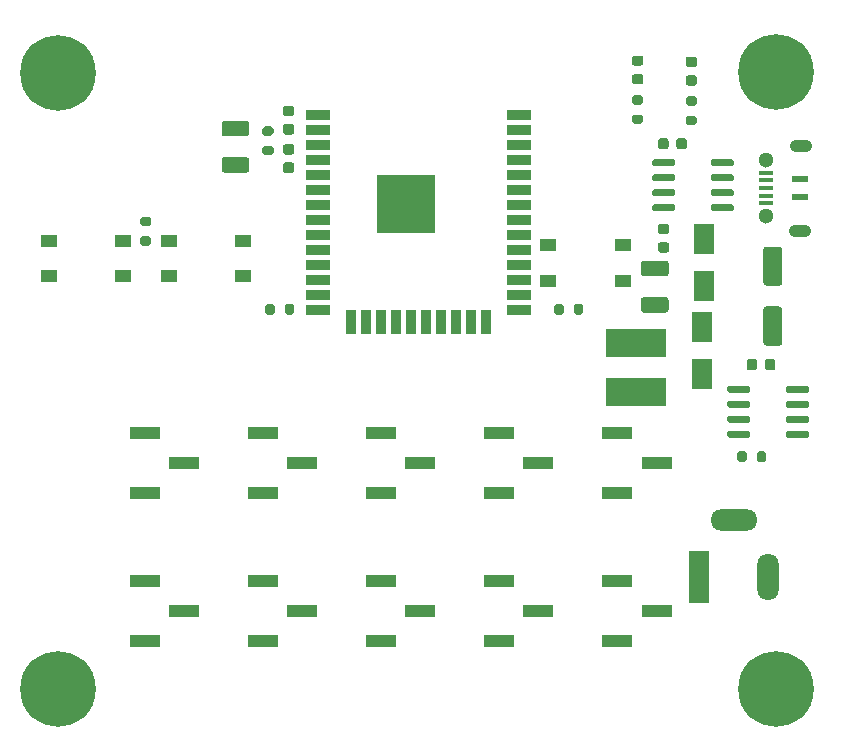
<source format=gbr>
G04 #@! TF.GenerationSoftware,KiCad,Pcbnew,(5.1.10-1-10_14)*
G04 #@! TF.CreationDate,2021-09-03T22:36:36+10:00*
G04 #@! TF.ProjectId,esp32_smart_keezer,65737033-325f-4736-9d61-72745f6b6565,1*
G04 #@! TF.SameCoordinates,Original*
G04 #@! TF.FileFunction,Soldermask,Top*
G04 #@! TF.FilePolarity,Negative*
%FSLAX46Y46*%
G04 Gerber Fmt 4.6, Leading zero omitted, Abs format (unit mm)*
G04 Created by KiCad (PCBNEW (5.1.10-1-10_14)) date 2021-09-03 22:36:36*
%MOMM*%
%LPD*%
G01*
G04 APERTURE LIST*
%ADD10O,1.900000X1.070000*%
%ADD11R,1.350000X0.600000*%
%ADD12C,1.300000*%
%ADD13R,1.250000X0.400000*%
%ADD14C,0.800000*%
%ADD15C,6.400000*%
%ADD16R,5.000000X5.000000*%
%ADD17R,2.000000X0.900000*%
%ADD18R,0.900000X2.000000*%
%ADD19R,1.400000X1.000000*%
%ADD20R,2.510000X1.000000*%
%ADD21R,1.800000X2.500000*%
%ADD22O,4.000000X1.800000*%
%ADD23O,1.800000X4.000000*%
%ADD24R,1.800000X4.400000*%
%ADD25R,5.100000X2.350000*%
G04 APERTURE END LIST*
D10*
X174050000Y-84800000D03*
X173950000Y-92000000D03*
D11*
X173950000Y-87650000D03*
X173950000Y-89150000D03*
D12*
X171050000Y-86000000D03*
X171050000Y-90800000D03*
D13*
X171050000Y-87100000D03*
X171050000Y-87750000D03*
X171050000Y-88400000D03*
X171050000Y-89050000D03*
X171050000Y-89700000D03*
D14*
X112847056Y-129152944D03*
X111150000Y-128450000D03*
X109452944Y-129152944D03*
X108750000Y-130850000D03*
X109452944Y-132547056D03*
X111150000Y-133250000D03*
X112847056Y-132547056D03*
X113550000Y-130850000D03*
D15*
X111150000Y-130850000D03*
D14*
X173647056Y-76852944D03*
X171950000Y-76150000D03*
X170252944Y-76852944D03*
X169550000Y-78550000D03*
X170252944Y-80247056D03*
X171950000Y-80950000D03*
X173647056Y-80247056D03*
X174350000Y-78550000D03*
D15*
X171950000Y-78550000D03*
X171950000Y-130850000D03*
D14*
X174350000Y-130850000D03*
X173647056Y-132547056D03*
X171950000Y-133250000D03*
X170252944Y-132547056D03*
X169550000Y-130850000D03*
X170252944Y-129152944D03*
X171950000Y-128450000D03*
X173647056Y-129152944D03*
X112847056Y-76952944D03*
X111150000Y-76250000D03*
X109452944Y-76952944D03*
X108750000Y-78650000D03*
X109452944Y-80347056D03*
X111150000Y-81050000D03*
X112847056Y-80347056D03*
X113550000Y-78650000D03*
D15*
X111150000Y-78650000D03*
G36*
G01*
X130400000Y-86225000D02*
X130900000Y-86225000D01*
G75*
G02*
X131125000Y-86450000I0J-225000D01*
G01*
X131125000Y-86900000D01*
G75*
G02*
X130900000Y-87125000I-225000J0D01*
G01*
X130400000Y-87125000D01*
G75*
G02*
X130175000Y-86900000I0J225000D01*
G01*
X130175000Y-86450000D01*
G75*
G02*
X130400000Y-86225000I225000J0D01*
G01*
G37*
G36*
G01*
X130400000Y-84675000D02*
X130900000Y-84675000D01*
G75*
G02*
X131125000Y-84900000I0J-225000D01*
G01*
X131125000Y-85350000D01*
G75*
G02*
X130900000Y-85575000I-225000J0D01*
G01*
X130400000Y-85575000D01*
G75*
G02*
X130175000Y-85350000I0J225000D01*
G01*
X130175000Y-84900000D01*
G75*
G02*
X130400000Y-84675000I225000J0D01*
G01*
G37*
G36*
G01*
X162150000Y-91425000D02*
X162650000Y-91425000D01*
G75*
G02*
X162875000Y-91650000I0J-225000D01*
G01*
X162875000Y-92100000D01*
G75*
G02*
X162650000Y-92325000I-225000J0D01*
G01*
X162150000Y-92325000D01*
G75*
G02*
X161925000Y-92100000I0J225000D01*
G01*
X161925000Y-91650000D01*
G75*
G02*
X162150000Y-91425000I225000J0D01*
G01*
G37*
G36*
G01*
X162150000Y-92975000D02*
X162650000Y-92975000D01*
G75*
G02*
X162875000Y-93200000I0J-225000D01*
G01*
X162875000Y-93650000D01*
G75*
G02*
X162650000Y-93875000I-225000J0D01*
G01*
X162150000Y-93875000D01*
G75*
G02*
X161925000Y-93650000I0J225000D01*
G01*
X161925000Y-93200000D01*
G75*
G02*
X162150000Y-92975000I225000J0D01*
G01*
G37*
G36*
G01*
X163475000Y-84900000D02*
X163475000Y-84400000D01*
G75*
G02*
X163700000Y-84175000I225000J0D01*
G01*
X164150000Y-84175000D01*
G75*
G02*
X164375000Y-84400000I0J-225000D01*
G01*
X164375000Y-84900000D01*
G75*
G02*
X164150000Y-85125000I-225000J0D01*
G01*
X163700000Y-85125000D01*
G75*
G02*
X163475000Y-84900000I0J225000D01*
G01*
G37*
G36*
G01*
X161925000Y-84900000D02*
X161925000Y-84400000D01*
G75*
G02*
X162150000Y-84175000I225000J0D01*
G01*
X162600000Y-84175000D01*
G75*
G02*
X162825000Y-84400000I0J-225000D01*
G01*
X162825000Y-84900000D01*
G75*
G02*
X162600000Y-85125000I-225000J0D01*
G01*
X162150000Y-85125000D01*
G75*
G02*
X161925000Y-84900000I0J225000D01*
G01*
G37*
G36*
G01*
X125224997Y-82700000D02*
X127075003Y-82700000D01*
G75*
G02*
X127325000Y-82949997I0J-249997D01*
G01*
X127325000Y-83775003D01*
G75*
G02*
X127075003Y-84025000I-249997J0D01*
G01*
X125224997Y-84025000D01*
G75*
G02*
X124975000Y-83775003I0J249997D01*
G01*
X124975000Y-82949997D01*
G75*
G02*
X125224997Y-82700000I249997J0D01*
G01*
G37*
G36*
G01*
X125224997Y-85775000D02*
X127075003Y-85775000D01*
G75*
G02*
X127325000Y-86024997I0J-249997D01*
G01*
X127325000Y-86850003D01*
G75*
G02*
X127075003Y-87100000I-249997J0D01*
G01*
X125224997Y-87100000D01*
G75*
G02*
X124975000Y-86850003I0J249997D01*
G01*
X124975000Y-86024997D01*
G75*
G02*
X125224997Y-85775000I249997J0D01*
G01*
G37*
G36*
G01*
X130900000Y-83875000D02*
X130400000Y-83875000D01*
G75*
G02*
X130175000Y-83650000I0J225000D01*
G01*
X130175000Y-83200000D01*
G75*
G02*
X130400000Y-82975000I225000J0D01*
G01*
X130900000Y-82975000D01*
G75*
G02*
X131125000Y-83200000I0J-225000D01*
G01*
X131125000Y-83650000D01*
G75*
G02*
X130900000Y-83875000I-225000J0D01*
G01*
G37*
G36*
G01*
X130900000Y-82325000D02*
X130400000Y-82325000D01*
G75*
G02*
X130175000Y-82100000I0J225000D01*
G01*
X130175000Y-81650000D01*
G75*
G02*
X130400000Y-81425000I225000J0D01*
G01*
X130900000Y-81425000D01*
G75*
G02*
X131125000Y-81650000I0J-225000D01*
G01*
X131125000Y-82100000D01*
G75*
G02*
X130900000Y-82325000I-225000J0D01*
G01*
G37*
G36*
G01*
X160456250Y-79625000D02*
X159943750Y-79625000D01*
G75*
G02*
X159725000Y-79406250I0J218750D01*
G01*
X159725000Y-78968750D01*
G75*
G02*
X159943750Y-78750000I218750J0D01*
G01*
X160456250Y-78750000D01*
G75*
G02*
X160675000Y-78968750I0J-218750D01*
G01*
X160675000Y-79406250D01*
G75*
G02*
X160456250Y-79625000I-218750J0D01*
G01*
G37*
G36*
G01*
X160456250Y-78050000D02*
X159943750Y-78050000D01*
G75*
G02*
X159725000Y-77831250I0J218750D01*
G01*
X159725000Y-77393750D01*
G75*
G02*
X159943750Y-77175000I218750J0D01*
G01*
X160456250Y-77175000D01*
G75*
G02*
X160675000Y-77393750I0J-218750D01*
G01*
X160675000Y-77831250D01*
G75*
G02*
X160456250Y-78050000I-218750J0D01*
G01*
G37*
G36*
G01*
X165006250Y-79725000D02*
X164493750Y-79725000D01*
G75*
G02*
X164275000Y-79506250I0J218750D01*
G01*
X164275000Y-79068750D01*
G75*
G02*
X164493750Y-78850000I218750J0D01*
G01*
X165006250Y-78850000D01*
G75*
G02*
X165225000Y-79068750I0J-218750D01*
G01*
X165225000Y-79506250D01*
G75*
G02*
X165006250Y-79725000I-218750J0D01*
G01*
G37*
G36*
G01*
X165006250Y-78150000D02*
X164493750Y-78150000D01*
G75*
G02*
X164275000Y-77931250I0J218750D01*
G01*
X164275000Y-77493750D01*
G75*
G02*
X164493750Y-77275000I218750J0D01*
G01*
X165006250Y-77275000D01*
G75*
G02*
X165225000Y-77493750I0J-218750D01*
G01*
X165225000Y-77931250D01*
G75*
G02*
X165006250Y-78150000I-218750J0D01*
G01*
G37*
G36*
G01*
X128625000Y-84825000D02*
X129175000Y-84825000D01*
G75*
G02*
X129375000Y-85025000I0J-200000D01*
G01*
X129375000Y-85425000D01*
G75*
G02*
X129175000Y-85625000I-200000J0D01*
G01*
X128625000Y-85625000D01*
G75*
G02*
X128425000Y-85425000I0J200000D01*
G01*
X128425000Y-85025000D01*
G75*
G02*
X128625000Y-84825000I200000J0D01*
G01*
G37*
G36*
G01*
X128625000Y-83175000D02*
X129175000Y-83175000D01*
G75*
G02*
X129375000Y-83375000I0J-200000D01*
G01*
X129375000Y-83775000D01*
G75*
G02*
X129175000Y-83975000I-200000J0D01*
G01*
X128625000Y-83975000D01*
G75*
G02*
X128425000Y-83775000I0J200000D01*
G01*
X128425000Y-83375000D01*
G75*
G02*
X128625000Y-83175000I200000J0D01*
G01*
G37*
G36*
G01*
X159925000Y-82175000D02*
X160475000Y-82175000D01*
G75*
G02*
X160675000Y-82375000I0J-200000D01*
G01*
X160675000Y-82775000D01*
G75*
G02*
X160475000Y-82975000I-200000J0D01*
G01*
X159925000Y-82975000D01*
G75*
G02*
X159725000Y-82775000I0J200000D01*
G01*
X159725000Y-82375000D01*
G75*
G02*
X159925000Y-82175000I200000J0D01*
G01*
G37*
G36*
G01*
X159925000Y-80525000D02*
X160475000Y-80525000D01*
G75*
G02*
X160675000Y-80725000I0J-200000D01*
G01*
X160675000Y-81125000D01*
G75*
G02*
X160475000Y-81325000I-200000J0D01*
G01*
X159925000Y-81325000D01*
G75*
G02*
X159725000Y-81125000I0J200000D01*
G01*
X159725000Y-80725000D01*
G75*
G02*
X159925000Y-80525000I200000J0D01*
G01*
G37*
G36*
G01*
X164475000Y-80625000D02*
X165025000Y-80625000D01*
G75*
G02*
X165225000Y-80825000I0J-200000D01*
G01*
X165225000Y-81225000D01*
G75*
G02*
X165025000Y-81425000I-200000J0D01*
G01*
X164475000Y-81425000D01*
G75*
G02*
X164275000Y-81225000I0J200000D01*
G01*
X164275000Y-80825000D01*
G75*
G02*
X164475000Y-80625000I200000J0D01*
G01*
G37*
G36*
G01*
X164475000Y-82275000D02*
X165025000Y-82275000D01*
G75*
G02*
X165225000Y-82475000I0J-200000D01*
G01*
X165225000Y-82875000D01*
G75*
G02*
X165025000Y-83075000I-200000J0D01*
G01*
X164475000Y-83075000D01*
G75*
G02*
X164275000Y-82875000I0J200000D01*
G01*
X164275000Y-82475000D01*
G75*
G02*
X164475000Y-82275000I200000J0D01*
G01*
G37*
G36*
G01*
X130325000Y-98925000D02*
X130325000Y-98375000D01*
G75*
G02*
X130525000Y-98175000I200000J0D01*
G01*
X130925000Y-98175000D01*
G75*
G02*
X131125000Y-98375000I0J-200000D01*
G01*
X131125000Y-98925000D01*
G75*
G02*
X130925000Y-99125000I-200000J0D01*
G01*
X130525000Y-99125000D01*
G75*
G02*
X130325000Y-98925000I0J200000D01*
G01*
G37*
G36*
G01*
X128675000Y-98925000D02*
X128675000Y-98375000D01*
G75*
G02*
X128875000Y-98175000I200000J0D01*
G01*
X129275000Y-98175000D01*
G75*
G02*
X129475000Y-98375000I0J-200000D01*
G01*
X129475000Y-98925000D01*
G75*
G02*
X129275000Y-99125000I-200000J0D01*
G01*
X128875000Y-99125000D01*
G75*
G02*
X128675000Y-98925000I0J200000D01*
G01*
G37*
G36*
G01*
X155600000Y-98375000D02*
X155600000Y-98925000D01*
G75*
G02*
X155400000Y-99125000I-200000J0D01*
G01*
X155000000Y-99125000D01*
G75*
G02*
X154800000Y-98925000I0J200000D01*
G01*
X154800000Y-98375000D01*
G75*
G02*
X155000000Y-98175000I200000J0D01*
G01*
X155400000Y-98175000D01*
G75*
G02*
X155600000Y-98375000I0J-200000D01*
G01*
G37*
G36*
G01*
X153950000Y-98375000D02*
X153950000Y-98925000D01*
G75*
G02*
X153750000Y-99125000I-200000J0D01*
G01*
X153350000Y-99125000D01*
G75*
G02*
X153150000Y-98925000I0J200000D01*
G01*
X153150000Y-98375000D01*
G75*
G02*
X153350000Y-98175000I200000J0D01*
G01*
X153750000Y-98175000D01*
G75*
G02*
X153950000Y-98375000I0J-200000D01*
G01*
G37*
D16*
X140625000Y-89720000D03*
D17*
X133125000Y-82220000D03*
X133125000Y-83490000D03*
X133125000Y-84760000D03*
X133125000Y-86030000D03*
X133125000Y-87300000D03*
X133125000Y-88570000D03*
X133125000Y-89840000D03*
X133125000Y-91110000D03*
X133125000Y-92380000D03*
X133125000Y-93650000D03*
X133125000Y-94920000D03*
X133125000Y-96190000D03*
X133125000Y-97460000D03*
X133125000Y-98730000D03*
D18*
X135910000Y-99730000D03*
X137180000Y-99730000D03*
X138450000Y-99730000D03*
X139720000Y-99730000D03*
X140990000Y-99730000D03*
X142260000Y-99730000D03*
X143530000Y-99730000D03*
X144800000Y-99730000D03*
X146070000Y-99730000D03*
X147340000Y-99730000D03*
D17*
X150125000Y-98730000D03*
X150125000Y-97460000D03*
X150125000Y-96190000D03*
X150125000Y-94920000D03*
X150125000Y-93650000D03*
X150125000Y-92380000D03*
X150125000Y-91110000D03*
X150125000Y-89840000D03*
X150125000Y-88570000D03*
X150125000Y-87300000D03*
X150125000Y-86030000D03*
X150125000Y-84760000D03*
X150125000Y-83490000D03*
X150125000Y-82220000D03*
G36*
G01*
X118825000Y-93275000D02*
X118275000Y-93275000D01*
G75*
G02*
X118075000Y-93075000I0J200000D01*
G01*
X118075000Y-92675000D01*
G75*
G02*
X118275000Y-92475000I200000J0D01*
G01*
X118825000Y-92475000D01*
G75*
G02*
X119025000Y-92675000I0J-200000D01*
G01*
X119025000Y-93075000D01*
G75*
G02*
X118825000Y-93275000I-200000J0D01*
G01*
G37*
G36*
G01*
X118825000Y-91625000D02*
X118275000Y-91625000D01*
G75*
G02*
X118075000Y-91425000I0J200000D01*
G01*
X118075000Y-91025000D01*
G75*
G02*
X118275000Y-90825000I200000J0D01*
G01*
X118825000Y-90825000D01*
G75*
G02*
X119025000Y-91025000I0J-200000D01*
G01*
X119025000Y-91425000D01*
G75*
G02*
X118825000Y-91625000I-200000J0D01*
G01*
G37*
D19*
X116650000Y-92850000D03*
X110350000Y-92850000D03*
X110350000Y-95850000D03*
X116650000Y-95850000D03*
X158950000Y-96250000D03*
X152650000Y-96250000D03*
X152650000Y-93250000D03*
X158950000Y-93250000D03*
X126800000Y-92850000D03*
X120500000Y-92850000D03*
X120500000Y-95850000D03*
X126800000Y-95850000D03*
G36*
G01*
X168350000Y-89905000D02*
X168350000Y-90205000D01*
G75*
G02*
X168200000Y-90355000I-150000J0D01*
G01*
X166550000Y-90355000D01*
G75*
G02*
X166400000Y-90205000I0J150000D01*
G01*
X166400000Y-89905000D01*
G75*
G02*
X166550000Y-89755000I150000J0D01*
G01*
X168200000Y-89755000D01*
G75*
G02*
X168350000Y-89905000I0J-150000D01*
G01*
G37*
G36*
G01*
X168350000Y-88635000D02*
X168350000Y-88935000D01*
G75*
G02*
X168200000Y-89085000I-150000J0D01*
G01*
X166550000Y-89085000D01*
G75*
G02*
X166400000Y-88935000I0J150000D01*
G01*
X166400000Y-88635000D01*
G75*
G02*
X166550000Y-88485000I150000J0D01*
G01*
X168200000Y-88485000D01*
G75*
G02*
X168350000Y-88635000I0J-150000D01*
G01*
G37*
G36*
G01*
X168350000Y-87365000D02*
X168350000Y-87665000D01*
G75*
G02*
X168200000Y-87815000I-150000J0D01*
G01*
X166550000Y-87815000D01*
G75*
G02*
X166400000Y-87665000I0J150000D01*
G01*
X166400000Y-87365000D01*
G75*
G02*
X166550000Y-87215000I150000J0D01*
G01*
X168200000Y-87215000D01*
G75*
G02*
X168350000Y-87365000I0J-150000D01*
G01*
G37*
G36*
G01*
X168350000Y-86095000D02*
X168350000Y-86395000D01*
G75*
G02*
X168200000Y-86545000I-150000J0D01*
G01*
X166550000Y-86545000D01*
G75*
G02*
X166400000Y-86395000I0J150000D01*
G01*
X166400000Y-86095000D01*
G75*
G02*
X166550000Y-85945000I150000J0D01*
G01*
X168200000Y-85945000D01*
G75*
G02*
X168350000Y-86095000I0J-150000D01*
G01*
G37*
G36*
G01*
X163400000Y-86095000D02*
X163400000Y-86395000D01*
G75*
G02*
X163250000Y-86545000I-150000J0D01*
G01*
X161600000Y-86545000D01*
G75*
G02*
X161450000Y-86395000I0J150000D01*
G01*
X161450000Y-86095000D01*
G75*
G02*
X161600000Y-85945000I150000J0D01*
G01*
X163250000Y-85945000D01*
G75*
G02*
X163400000Y-86095000I0J-150000D01*
G01*
G37*
G36*
G01*
X163400000Y-87365000D02*
X163400000Y-87665000D01*
G75*
G02*
X163250000Y-87815000I-150000J0D01*
G01*
X161600000Y-87815000D01*
G75*
G02*
X161450000Y-87665000I0J150000D01*
G01*
X161450000Y-87365000D01*
G75*
G02*
X161600000Y-87215000I150000J0D01*
G01*
X163250000Y-87215000D01*
G75*
G02*
X163400000Y-87365000I0J-150000D01*
G01*
G37*
G36*
G01*
X163400000Y-88635000D02*
X163400000Y-88935000D01*
G75*
G02*
X163250000Y-89085000I-150000J0D01*
G01*
X161600000Y-89085000D01*
G75*
G02*
X161450000Y-88935000I0J150000D01*
G01*
X161450000Y-88635000D01*
G75*
G02*
X161600000Y-88485000I150000J0D01*
G01*
X163250000Y-88485000D01*
G75*
G02*
X163400000Y-88635000I0J-150000D01*
G01*
G37*
G36*
G01*
X163400000Y-89905000D02*
X163400000Y-90205000D01*
G75*
G02*
X163250000Y-90355000I-150000J0D01*
G01*
X161600000Y-90355000D01*
G75*
G02*
X161450000Y-90205000I0J150000D01*
G01*
X161450000Y-89905000D01*
G75*
G02*
X161600000Y-89755000I150000J0D01*
G01*
X163250000Y-89755000D01*
G75*
G02*
X163400000Y-89905000I0J-150000D01*
G01*
G37*
D20*
X118495000Y-109110000D03*
X118495000Y-114190000D03*
X121805000Y-111650000D03*
X131805000Y-111650000D03*
X128495000Y-114190000D03*
X128495000Y-109110000D03*
X138495000Y-109110000D03*
X138495000Y-114190000D03*
X141805000Y-111650000D03*
X151805000Y-111650000D03*
X148495000Y-114190000D03*
X148495000Y-109110000D03*
X158495000Y-109110000D03*
X158495000Y-114190000D03*
X161805000Y-111650000D03*
X118495000Y-121660000D03*
X118495000Y-126740000D03*
X121805000Y-124200000D03*
X131805000Y-124200000D03*
X128495000Y-126740000D03*
X128495000Y-121660000D03*
X138495000Y-121660000D03*
X138495000Y-126740000D03*
X141805000Y-124200000D03*
X151805000Y-124200000D03*
X148495000Y-126740000D03*
X148495000Y-121660000D03*
X161805000Y-124200000D03*
X158495000Y-126740000D03*
X158495000Y-121660000D03*
D21*
X165850000Y-96700000D03*
X165850000Y-92700000D03*
D22*
X168400000Y-116500000D03*
D23*
X171200000Y-121300000D03*
D24*
X165400000Y-121300000D03*
G36*
G01*
X171100000Y-93350000D02*
X172200000Y-93350000D01*
G75*
G02*
X172450000Y-93600000I0J-250000D01*
G01*
X172450000Y-96425000D01*
G75*
G02*
X172200000Y-96675000I-250000J0D01*
G01*
X171100000Y-96675000D01*
G75*
G02*
X170850000Y-96425000I0J250000D01*
G01*
X170850000Y-93600000D01*
G75*
G02*
X171100000Y-93350000I250000J0D01*
G01*
G37*
G36*
G01*
X171100000Y-98425000D02*
X172200000Y-98425000D01*
G75*
G02*
X172450000Y-98675000I0J-250000D01*
G01*
X172450000Y-101500000D01*
G75*
G02*
X172200000Y-101750000I-250000J0D01*
G01*
X171100000Y-101750000D01*
G75*
G02*
X170850000Y-101500000I0J250000D01*
G01*
X170850000Y-98675000D01*
G75*
G02*
X171100000Y-98425000I250000J0D01*
G01*
G37*
G36*
G01*
X169425000Y-103600000D02*
X169425000Y-103100000D01*
G75*
G02*
X169650000Y-102875000I225000J0D01*
G01*
X170100000Y-102875000D01*
G75*
G02*
X170325000Y-103100000I0J-225000D01*
G01*
X170325000Y-103600000D01*
G75*
G02*
X170100000Y-103825000I-225000J0D01*
G01*
X169650000Y-103825000D01*
G75*
G02*
X169425000Y-103600000I0J225000D01*
G01*
G37*
G36*
G01*
X170975000Y-103600000D02*
X170975000Y-103100000D01*
G75*
G02*
X171200000Y-102875000I225000J0D01*
G01*
X171650000Y-102875000D01*
G75*
G02*
X171875000Y-103100000I0J-225000D01*
G01*
X171875000Y-103600000D01*
G75*
G02*
X171650000Y-103825000I-225000J0D01*
G01*
X171200000Y-103825000D01*
G75*
G02*
X170975000Y-103600000I0J225000D01*
G01*
G37*
G36*
G01*
X162575003Y-98950000D02*
X160724997Y-98950000D01*
G75*
G02*
X160475000Y-98700003I0J249997D01*
G01*
X160475000Y-97874997D01*
G75*
G02*
X160724997Y-97625000I249997J0D01*
G01*
X162575003Y-97625000D01*
G75*
G02*
X162825000Y-97874997I0J-249997D01*
G01*
X162825000Y-98700003D01*
G75*
G02*
X162575003Y-98950000I-249997J0D01*
G01*
G37*
G36*
G01*
X162575003Y-95875000D02*
X160724997Y-95875000D01*
G75*
G02*
X160475000Y-95625003I0J249997D01*
G01*
X160475000Y-94799997D01*
G75*
G02*
X160724997Y-94550000I249997J0D01*
G01*
X162575003Y-94550000D01*
G75*
G02*
X162825000Y-94799997I0J-249997D01*
G01*
X162825000Y-95625003D01*
G75*
G02*
X162575003Y-95875000I-249997J0D01*
G01*
G37*
D21*
X165650000Y-104150000D03*
X165650000Y-100150000D03*
D25*
X160050000Y-105625000D03*
X160050000Y-101475000D03*
G36*
G01*
X171075000Y-110875000D02*
X171075000Y-111425000D01*
G75*
G02*
X170875000Y-111625000I-200000J0D01*
G01*
X170475000Y-111625000D01*
G75*
G02*
X170275000Y-111425000I0J200000D01*
G01*
X170275000Y-110875000D01*
G75*
G02*
X170475000Y-110675000I200000J0D01*
G01*
X170875000Y-110675000D01*
G75*
G02*
X171075000Y-110875000I0J-200000D01*
G01*
G37*
G36*
G01*
X169425000Y-110875000D02*
X169425000Y-111425000D01*
G75*
G02*
X169225000Y-111625000I-200000J0D01*
G01*
X168825000Y-111625000D01*
G75*
G02*
X168625000Y-111425000I0J200000D01*
G01*
X168625000Y-110875000D01*
G75*
G02*
X168825000Y-110675000I200000J0D01*
G01*
X169225000Y-110675000D01*
G75*
G02*
X169425000Y-110875000I0J-200000D01*
G01*
G37*
G36*
G01*
X167800000Y-105595000D02*
X167800000Y-105295000D01*
G75*
G02*
X167950000Y-105145000I150000J0D01*
G01*
X169600000Y-105145000D01*
G75*
G02*
X169750000Y-105295000I0J-150000D01*
G01*
X169750000Y-105595000D01*
G75*
G02*
X169600000Y-105745000I-150000J0D01*
G01*
X167950000Y-105745000D01*
G75*
G02*
X167800000Y-105595000I0J150000D01*
G01*
G37*
G36*
G01*
X167800000Y-106865000D02*
X167800000Y-106565000D01*
G75*
G02*
X167950000Y-106415000I150000J0D01*
G01*
X169600000Y-106415000D01*
G75*
G02*
X169750000Y-106565000I0J-150000D01*
G01*
X169750000Y-106865000D01*
G75*
G02*
X169600000Y-107015000I-150000J0D01*
G01*
X167950000Y-107015000D01*
G75*
G02*
X167800000Y-106865000I0J150000D01*
G01*
G37*
G36*
G01*
X167800000Y-108135000D02*
X167800000Y-107835000D01*
G75*
G02*
X167950000Y-107685000I150000J0D01*
G01*
X169600000Y-107685000D01*
G75*
G02*
X169750000Y-107835000I0J-150000D01*
G01*
X169750000Y-108135000D01*
G75*
G02*
X169600000Y-108285000I-150000J0D01*
G01*
X167950000Y-108285000D01*
G75*
G02*
X167800000Y-108135000I0J150000D01*
G01*
G37*
G36*
G01*
X167800000Y-109405000D02*
X167800000Y-109105000D01*
G75*
G02*
X167950000Y-108955000I150000J0D01*
G01*
X169600000Y-108955000D01*
G75*
G02*
X169750000Y-109105000I0J-150000D01*
G01*
X169750000Y-109405000D01*
G75*
G02*
X169600000Y-109555000I-150000J0D01*
G01*
X167950000Y-109555000D01*
G75*
G02*
X167800000Y-109405000I0J150000D01*
G01*
G37*
G36*
G01*
X172750000Y-109405000D02*
X172750000Y-109105000D01*
G75*
G02*
X172900000Y-108955000I150000J0D01*
G01*
X174550000Y-108955000D01*
G75*
G02*
X174700000Y-109105000I0J-150000D01*
G01*
X174700000Y-109405000D01*
G75*
G02*
X174550000Y-109555000I-150000J0D01*
G01*
X172900000Y-109555000D01*
G75*
G02*
X172750000Y-109405000I0J150000D01*
G01*
G37*
G36*
G01*
X172750000Y-108135000D02*
X172750000Y-107835000D01*
G75*
G02*
X172900000Y-107685000I150000J0D01*
G01*
X174550000Y-107685000D01*
G75*
G02*
X174700000Y-107835000I0J-150000D01*
G01*
X174700000Y-108135000D01*
G75*
G02*
X174550000Y-108285000I-150000J0D01*
G01*
X172900000Y-108285000D01*
G75*
G02*
X172750000Y-108135000I0J150000D01*
G01*
G37*
G36*
G01*
X172750000Y-106865000D02*
X172750000Y-106565000D01*
G75*
G02*
X172900000Y-106415000I150000J0D01*
G01*
X174550000Y-106415000D01*
G75*
G02*
X174700000Y-106565000I0J-150000D01*
G01*
X174700000Y-106865000D01*
G75*
G02*
X174550000Y-107015000I-150000J0D01*
G01*
X172900000Y-107015000D01*
G75*
G02*
X172750000Y-106865000I0J150000D01*
G01*
G37*
G36*
G01*
X172750000Y-105595000D02*
X172750000Y-105295000D01*
G75*
G02*
X172900000Y-105145000I150000J0D01*
G01*
X174550000Y-105145000D01*
G75*
G02*
X174700000Y-105295000I0J-150000D01*
G01*
X174700000Y-105595000D01*
G75*
G02*
X174550000Y-105745000I-150000J0D01*
G01*
X172900000Y-105745000D01*
G75*
G02*
X172750000Y-105595000I0J150000D01*
G01*
G37*
M02*

</source>
